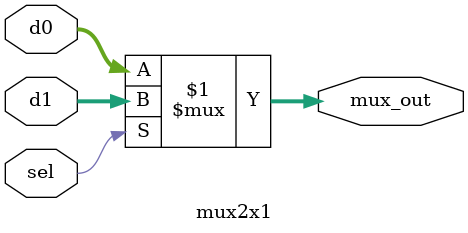
<source format=sv>

module mux2x1 #(
	parameter 		DW = 2 	  //DATA WIDTH
	)( 
	input 			sel, 	  // SELECTOR
	input logic [DW-1:0] 	d0, 	  //FIRST INPUT
	input logic [DW-1:0] 	d1, 	  //SECOND INPUT
	output logic [DW-1:0] 	mux_out); //MUX OUTPUT

	assign mux_out = (sel) ? d1 : d0;

endmodule

</source>
